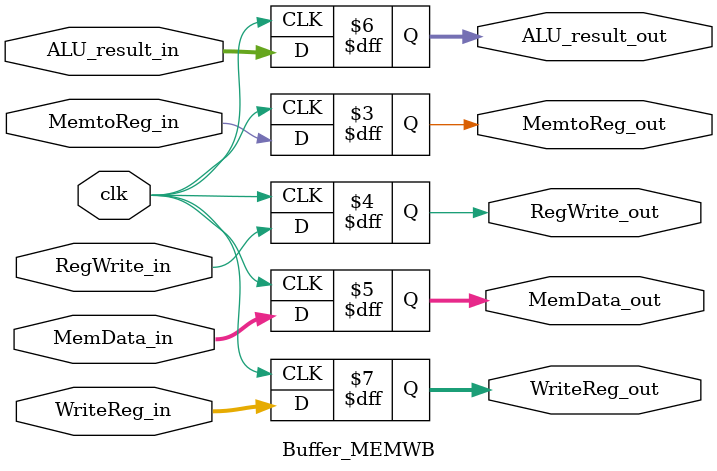
<source format=v>
`timescale 1ns/1ns

module Buffer_MEMWB(
    input clk,
    input MemtoReg_in,
    input RegWrite_in,
    input [31:0] MemData_in,
    input [31:0] ALU_result_in,
    input [4:0] WriteReg_in,
    output reg MemtoReg_out,
    output reg RegWrite_out,
    output reg [31:0] MemData_out,
    output reg [31:0] ALU_result_out,
    output reg [4:0] WriteReg_out
);

    initial begin
        MemtoReg_out = 0;
        RegWrite_out = 0;
        MemData_out = 0;
        ALU_result_out = 0;
        WriteReg_out = 0;
    end

    always @(posedge clk) begin
        MemtoReg_out <= MemtoReg_in;
        RegWrite_out <= RegWrite_in;
        MemData_out <= MemData_in;
        ALU_result_out <= ALU_result_in;
        WriteReg_out <= WriteReg_in;
    end

endmodule


</source>
